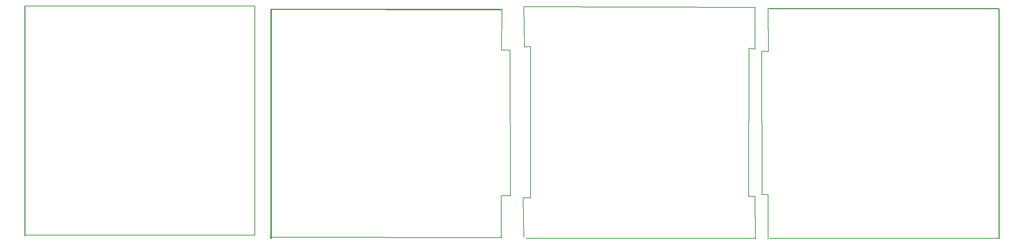
<source format=gbr>
G04 #@! TF.FileFunction,Profile,NP*
%FSLAX46Y46*%
G04 Gerber Fmt 4.6, Leading zero omitted, Abs format (unit mm)*
G04 Created by KiCad (PCBNEW 4.0.6) date 05/08/17 07:22:45*
%MOMM*%
%LPD*%
G01*
G04 APERTURE LIST*
%ADD10C,0.100000*%
%ADD11C,0.150000*%
G04 APERTURE END LIST*
D10*
D11*
X151261900Y-77199500D02*
X206764100Y-77352500D01*
X146019500Y-87638700D02*
X146058500Y-77597100D01*
X145919700Y-122600100D02*
X148093500Y-122574700D01*
X148093500Y-122574700D02*
X147988900Y-87640900D01*
X147988900Y-87640900D02*
X146019500Y-87638700D01*
X145902700Y-132696100D02*
X145919700Y-122600100D01*
X152931100Y-86782900D02*
X151452900Y-86838100D01*
X151188700Y-123039300D02*
X152931100Y-123119900D01*
X206797700Y-132716300D02*
X206692700Y-122724300D01*
X206692700Y-122724300D02*
X205189100Y-122698900D01*
X205189100Y-122698900D02*
X205294100Y-87205900D01*
X205294100Y-87205900D02*
X206696100Y-87310900D01*
X206696100Y-87310900D02*
X206696100Y-77445900D01*
X151347900Y-77395100D02*
X151452900Y-86838100D01*
X152931100Y-86782900D02*
X152931100Y-123119900D01*
X151188700Y-123039300D02*
X151293700Y-132505300D01*
X209941700Y-87973500D02*
X208344500Y-87875100D01*
X208344500Y-87875100D02*
X208395300Y-122324700D01*
X208395300Y-122324700D02*
X209843300Y-122279300D01*
X209843300Y-122279300D02*
X209843300Y-132947300D01*
X265135300Y-132902900D02*
X265186100Y-77657900D01*
X265186100Y-77657900D02*
X209868700Y-77594500D01*
X209868700Y-77594500D02*
X209941700Y-87973500D01*
X31778100Y-132328900D02*
X31778100Y-77328900D01*
X146058500Y-132637100D02*
X90480900Y-132589300D01*
X265098100Y-132643900D02*
X265098100Y-77643900D01*
X90730100Y-77797900D02*
X145730100Y-77797900D01*
X90730100Y-132797900D02*
X90730100Y-77797900D01*
X31762100Y-132182900D02*
X31762100Y-77182900D01*
X31764100Y-132096900D02*
X31764100Y-77096900D01*
X146105100Y-77945900D02*
X90765100Y-77831900D01*
X90765100Y-132831900D02*
X90765100Y-77831900D01*
X265132100Y-77618900D02*
X210132100Y-77618900D01*
X265132100Y-132618900D02*
X265132100Y-77618900D01*
X210196100Y-132782900D02*
X265196100Y-132782900D01*
X265196100Y-132782900D02*
X265196100Y-77782900D01*
X265240100Y-77710900D02*
X210240100Y-77710900D01*
X265240100Y-132710900D02*
X265240100Y-77710900D01*
X151952100Y-132825900D02*
X206952100Y-132825900D01*
X206843100Y-132825900D02*
X151843100Y-132825900D01*
X90884100Y-77895900D02*
X145884100Y-77895900D01*
X90884100Y-132895900D02*
X90884100Y-77895900D01*
X145775100Y-77895900D02*
X90775100Y-77895900D01*
X90775100Y-132895900D02*
X90775100Y-77895900D01*
X31880100Y-132059900D02*
X86880100Y-132059900D01*
X31880100Y-77059900D02*
X86880100Y-77059900D01*
X31880100Y-132059900D02*
X31880100Y-77059900D01*
X86880100Y-132059900D02*
X86880100Y-77059900D01*
X86771100Y-132059900D02*
X31771100Y-132059900D01*
X86771100Y-77059900D02*
X31771100Y-77059900D01*
X31771100Y-132059900D02*
X31771100Y-77059900D01*
M02*

</source>
